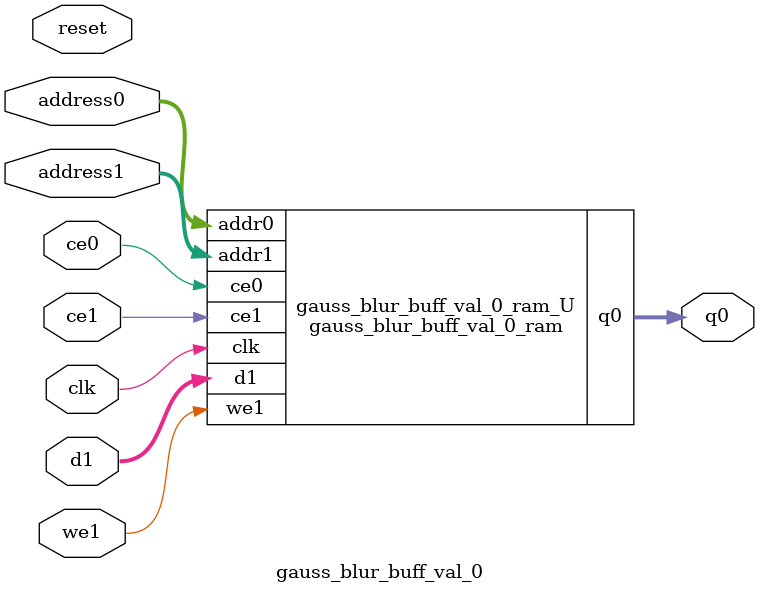
<source format=v>
`timescale 1 ns / 1 ps
module gauss_blur_buff_val_0_ram (addr0, ce0, q0, addr1, ce1, d1, we1,  clk);

parameter DWIDTH = 8;
parameter AWIDTH = 11;
parameter MEM_SIZE = 1280;

input[AWIDTH-1:0] addr0;
input ce0;
output reg[DWIDTH-1:0] q0;
input[AWIDTH-1:0] addr1;
input ce1;
input[DWIDTH-1:0] d1;
input we1;
input clk;

(* ram_style = "block" *)reg [DWIDTH-1:0] ram[0:MEM_SIZE-1];




always @(posedge clk)  
begin 
    if (ce0) 
    begin
        q0 <= ram[addr0];
    end
end


always @(posedge clk)  
begin 
    if (ce1) 
    begin
        if (we1) 
        begin 
            ram[addr1] <= d1; 
        end 
    end
end


endmodule

`timescale 1 ns / 1 ps
module gauss_blur_buff_val_0(
    reset,
    clk,
    address0,
    ce0,
    q0,
    address1,
    ce1,
    we1,
    d1);

parameter DataWidth = 32'd8;
parameter AddressRange = 32'd1280;
parameter AddressWidth = 32'd11;
input reset;
input clk;
input[AddressWidth - 1:0] address0;
input ce0;
output[DataWidth - 1:0] q0;
input[AddressWidth - 1:0] address1;
input ce1;
input we1;
input[DataWidth - 1:0] d1;



gauss_blur_buff_val_0_ram gauss_blur_buff_val_0_ram_U(
    .clk( clk ),
    .addr0( address0 ),
    .ce0( ce0 ),
    .q0( q0 ),
    .addr1( address1 ),
    .ce1( ce1 ),
    .we1( we1 ),
    .d1( d1 ));

endmodule


</source>
